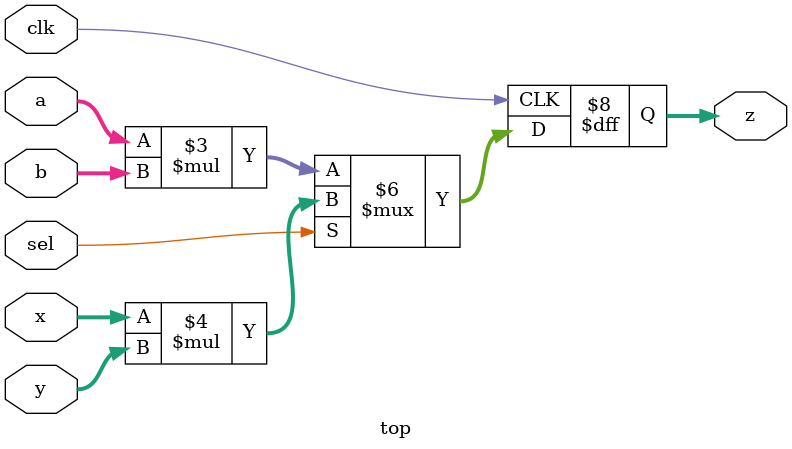
<source format=v>
module top(clk,a, b, x, y, sel, z);
input clk;
input [7:0] a,b,x,y;  
input sel;
output reg [15:0] z;
always @(posedge clk) begin
if (sel == 1'b0)
z = a*b;
else
z = x*y;
end
endmodule



</source>
